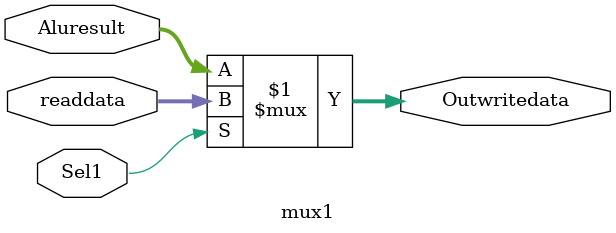
<source format=v>
`timescale 1ns/1ns
module mux1 (input [31:0] readdata, input [31:0] Aluresult, input Sel1, output [31:0] Outwritedata);
assign Outwritedata = Sel1 ? readdata : Aluresult;
endmodule

</source>
